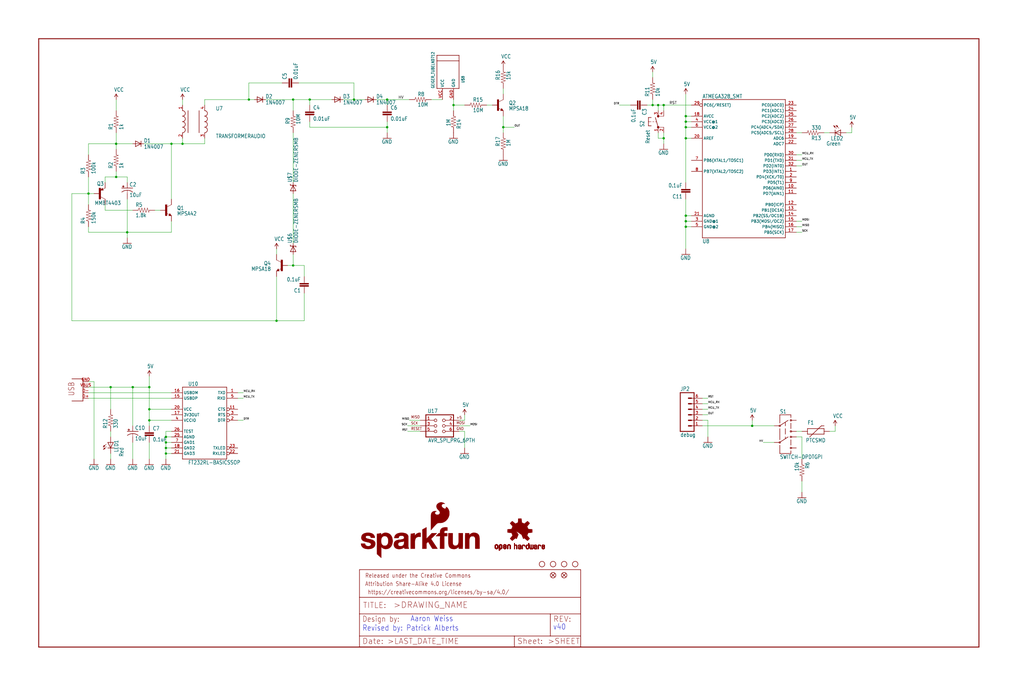
<source format=kicad_sch>
(kicad_sch (version 20211123) (generator eeschema)
  (paper "User" 470.306 317.906)
  (lib_symbols
    (symbol "eagleSchem-eagle-import:0.1UF-25V(+80{slash}-20%)(0603)"
      (property "Reference" "C" (at 1.524 2.921 0))
      (property "Value" "0.1UF-25V(+80{slash}-20%)(0603)" (at 1.524 -2.159 0))
      (symbol "0.1UF-25V(+80{slash}-20%)(0603)_1_0"
        (pin passive line (at 0 5.08 270) (length 2.54) (name "1") (number "1"))
        (pin passive line (at 0 -2.54 90) (length 2.54) (name "2") (number "2"))
      )
    )
    (symbol "eagleSchem-eagle-import:1.8KOHM1{slash}10W1%(0603)"
      (property "Reference" "R" (at -3.81 1.4986 0))
      (property "Value" "1.8KOHM1{slash}10W1%(0603)" (at -3.81 -3.302 0))
      (symbol "1.8KOHM1{slash}10W1%(0603)_1_0"
        (pin passive line (at -5.08 0 0) (length 2.54) (name "1") (number "1"))
        (pin passive line (at 5.08 0 180) (length 2.54) (name "2") (number "2"))
      )
    )
    (symbol "eagleSchem-eagle-import:100KOHM1{slash}10W1%(0603)"
      (property "Reference" "R" (at -3.81 1.4986 0))
      (property "Value" "100KOHM1{slash}10W1%(0603)" (at -3.81 -3.302 0))
      (symbol "100KOHM1{slash}10W1%(0603)_1_0"
        (pin passive line (at -5.08 0 0) (length 2.54) (name "1") (number "1"))
        (pin passive line (at 5.08 0 180) (length 2.54) (name "2") (number "2"))
      )
    )
    (symbol "eagleSchem-eagle-import:10KOHM1{slash}10W1%(0603)0603"
      (property "Reference" "R" (at -3.81 1.4986 0))
      (property "Value" "10KOHM1{slash}10W1%(0603)0603" (at -3.81 -3.302 0))
      (symbol "10KOHM1{slash}10W1%(0603)0603_1_0"
        (pin passive line (at -5.08 0 0) (length 2.54) (name "1") (number "1"))
        (pin passive line (at 5.08 0 180) (length 2.54) (name "2") (number "2"))
      )
    )
    (symbol "eagleSchem-eagle-import:150KOHM1{slash}10W1%(0603)"
      (property "Reference" "R" (at -3.81 1.4986 0))
      (property "Value" "150KOHM1{slash}10W1%(0603)" (at -3.81 -3.302 0))
      (symbol "150KOHM1{slash}10W1%(0603)_1_0"
        (pin passive line (at -5.08 0 0) (length 2.54) (name "1") (number "1"))
        (pin passive line (at 5.08 0 180) (length 2.54) (name "2") (number "2"))
      )
    )
    (symbol "eagleSchem-eagle-import:1KOHM1{slash}10W1%(0603)"
      (property "Reference" "R" (at -3.81 1.4986 0))
      (property "Value" "1KOHM1{slash}10W1%(0603)" (at -3.81 -3.302 0))
      (symbol "1KOHM1{slash}10W1%(0603)_1_0"
        (pin passive line (at -5.08 0 0) (length 2.54) (name "1") (number "1"))
        (pin passive line (at 5.08 0 180) (length 2.54) (name "2") (number "2"))
      )
    )
    (symbol "eagleSchem-eagle-import:330OHM1{slash}10W1%(0603)"
      (property "Reference" "R" (at -3.81 1.4986 0))
      (property "Value" "330OHM1{slash}10W1%(0603)" (at -3.81 -3.302 0))
      (symbol "330OHM1{slash}10W1%(0603)_1_0"
        (pin passive line (at -5.08 0 0) (length 2.54) (name "1") (number "1"))
        (pin passive line (at 5.08 0 180) (length 2.54) (name "2") (number "2"))
      )
    )
    (symbol "eagleSchem-eagle-import:33OHM1{slash}10W1%(0603)"
      (property "Reference" "R" (at -3.81 1.4986 0))
      (property "Value" "33OHM1{slash}10W1%(0603)" (at -3.81 -3.302 0))
      (symbol "33OHM1{slash}10W1%(0603)_1_0"
        (pin passive line (at -5.08 0 0) (length 2.54) (name "1") (number "1"))
        (pin passive line (at 5.08 0 180) (length 2.54) (name "2") (number "2"))
      )
    )
    (symbol "eagleSchem-eagle-import:5V" (power)
      (property "Value" "5V" (at -1.016 3.556 0))
      (symbol "5V_1_0"
        (pin power_in line (at 0 0 90) (length 2.54) (name "5V") (number "1"))
      )
    )
    (symbol "eagleSchem-eagle-import:ATMEGA328_SMT"
      (property "Reference" "U" (at -17.78 -38.1 0))
      (property "Value" "ATMEGA328_SMT" (at -17.78 28.448 0))
      (symbol "ATMEGA328_SMT_1_0"
        (pin bidirectional line (at 25.4 -5.08 180) (length 5.08) (name "PD3(INT1)") (number "1"))
        (pin bidirectional line (at 25.4 -12.7 180) (length 5.08) (name "PD6(AIN0)") (number "10"))
        (pin bidirectional line (at 25.4 -15.24 180) (length 5.08) (name "PD7(AIN1)") (number "11"))
        (pin bidirectional line (at 25.4 -20.32 180) (length 5.08) (name "PB0(ICP)") (number "12"))
        (pin bidirectional line (at 25.4 -22.86 180) (length 5.08) (name "PB1(OC1A)") (number "13"))
        (pin bidirectional line (at 25.4 -25.4 180) (length 5.08) (name "PB2(SS/OC1B)") (number "14"))
        (pin bidirectional line (at 25.4 -27.94 180) (length 5.08) (name "PB3(MOSI/OC2)") (number "15"))
        (pin bidirectional line (at 25.4 -30.48 180) (length 5.08) (name "PB4(MISO)") (number "16"))
        (pin bidirectional line (at 25.4 -33.02 180) (length 5.08) (name "PB5(SCK)") (number "17"))
        (pin bidirectional line (at -22.86 20.32 0) (length 5.08) (name "AVCC") (number "18"))
        (pin bidirectional line (at 25.4 10.16 180) (length 5.08) (name "ADC6") (number "19"))
        (pin bidirectional line (at 25.4 -7.62 180) (length 5.08) (name "PD4(XCK/T0)") (number "2"))
        (pin bidirectional line (at -22.86 10.16 0) (length 5.08) (name "AREF") (number "20"))
        (pin bidirectional line (at -22.86 -25.4 0) (length 5.08) (name "AGND") (number "21"))
        (pin bidirectional line (at 25.4 7.62 180) (length 5.08) (name "ADC7") (number "22"))
        (pin bidirectional line (at 25.4 25.4 180) (length 5.08) (name "PC0(ADC0)") (number "23"))
        (pin bidirectional line (at 25.4 22.86 180) (length 5.08) (name "PC1(ADC1)") (number "24"))
        (pin bidirectional line (at 25.4 20.32 180) (length 5.08) (name "PC2(ADC2)") (number "25"))
        (pin bidirectional line (at 25.4 17.78 180) (length 5.08) (name "PC3(ADC3)") (number "26"))
        (pin bidirectional line (at 25.4 15.24 180) (length 5.08) (name "PC4(ADC4/SDA)") (number "27"))
        (pin bidirectional line (at 25.4 12.7 180) (length 5.08) (name "PC5(ADC5/SCL)") (number "28"))
        (pin bidirectional inverted (at -22.86 25.4 0) (length 5.08) (name "PC6(/RESET)") (number "29"))
        (pin bidirectional line (at -22.86 -27.94 0) (length 5.08) (name "GND@1") (number "3"))
        (pin bidirectional line (at 25.4 2.54 180) (length 5.08) (name "PD0(RXD)") (number "30"))
        (pin bidirectional line (at 25.4 0 180) (length 5.08) (name "PD1(TXD)") (number "31"))
        (pin bidirectional line (at 25.4 -2.54 180) (length 5.08) (name "PD2(INT0)") (number "32"))
        (pin bidirectional line (at -22.86 17.78 0) (length 5.08) (name "VCC@1") (number "4"))
        (pin bidirectional line (at -22.86 -30.48 0) (length 5.08) (name "GND@2") (number "5"))
        (pin bidirectional line (at -22.86 15.24 0) (length 5.08) (name "VCC@2") (number "6"))
        (pin bidirectional line (at -22.86 0 0) (length 5.08) (name "PB6(XTAL1/TOSC1)") (number "7"))
        (pin bidirectional line (at -22.86 -5.08 0) (length 5.08) (name "PB7(XTAL2/TOSC2)") (number "8"))
        (pin bidirectional line (at 25.4 -10.16 180) (length 5.08) (name "PD5(T1)") (number "9"))
      )
    )
    (symbol "eagleSchem-eagle-import:AVR_SPI_PRG_6PTH"
      (property "Reference" "J" (at -4.318 5.842 0))
      (property "Value" "AVR_SPI_PRG_6PTH" (at -4.064 -7.62 0))
      (symbol "AVR_SPI_PRG_6PTH_1_0"
        (text "+5" (at 8.89 3.048 0) (effects (font (size 1.27 1.0795)) (justify left bottom)))
        (text "GND" (at 8.89 -2.032 0) (effects (font (size 1.27 1.0795)) (justify left bottom)))
        (text "MISO" (at -11.938 3.302 0) (effects (font (size 1.27 1.0795)) (justify left bottom)))
        (text "MOSI" (at 8.89 0.635 0) (effects (font (size 1.27 1.0795)) (justify left bottom)))
        (text "RESET" (at -11.938 -2.032 0) (effects (font (size 1.27 1.0795)) (justify left bottom)))
        (text "SCK" (at -11.938 0.508 0) (effects (font (size 1.27 1.0795)) (justify left bottom)))
        (pin passive inverted (at -7.62 2.54 0) (length 7.62) (name "1") (number "1"))
        (pin passive inverted (at 10.16 2.54 180) (length 7.62) (name "2") (number "2"))
        (pin passive inverted (at -7.62 0 0) (length 7.62) (name "3") (number "3"))
        (pin passive inverted (at 10.16 0 180) (length 7.62) (name "4") (number "4"))
        (pin passive inverted (at -7.62 -2.54 0) (length 7.62) (name "5") (number "5"))
        (pin passive inverted (at 10.16 -2.54 180) (length 7.62) (name "6") (number "6"))
      )
    )
    (symbol "eagleSchem-eagle-import:CAPPTH3"
      (property "Reference" "C" (at 1.524 2.921 0))
      (property "Value" "CAPPTH3" (at 1.524 -2.159 0))
      (symbol "CAPPTH3_1_0"
        (pin passive line (at 0 5.08 270) (length 2.54) (name "1") (number "1"))
        (pin passive line (at 0 -2.54 90) (length 2.54) (name "2") (number "2"))
      )
    )
    (symbol "eagleSchem-eagle-import:CAP_POL1206"
      (property "Reference" "C" (at 1.016 0.635 0))
      (property "Value" "CAP_POL1206" (at 1.016 -4.191 0))
      (symbol "CAP_POL1206_1_0"
        (pin passive line (at 0 2.54 270) (length 2.54) (name "+") (number "A"))
        (pin passive line (at 0 -5.08 90) (length 2.54) (name "-") (number "C"))
      )
    )
    (symbol "eagleSchem-eagle-import:DIODE-ZENERSMB"
      (property "Value" "DIODE-ZENERSMB" (at 2.54 -2.3114 0))
      (symbol "DIODE-ZENERSMB_1_0"
        (pin passive line (at -2.54 0 0) (length 2.54) (name "A") (number "A"))
        (pin passive line (at 2.54 0 180) (length 2.54) (name "C") (number "C"))
      )
    )
    (symbol "eagleSchem-eagle-import:DIODEHV"
      (property "Reference" "D" (at 2.54 0.4826 0))
      (property "Value" "DIODEHV" (at 2.54 -2.3114 0))
      (symbol "DIODEHV_1_0"
        (pin passive line (at -2.54 0 0) (length 2.54) (name "A") (number "A"))
        (pin passive line (at 2.54 0 180) (length 2.54) (name "C") (number "C"))
      )
    )
    (symbol "eagleSchem-eagle-import:DIODEPTH"
      (property "Reference" "D" (at 2.54 0.4826 0))
      (property "Value" "DIODEPTH" (at 2.54 -2.3114 0))
      (symbol "DIODEPTH_1_0"
        (pin passive line (at -2.54 0 0) (length 2.54) (name "A") (number "A"))
        (pin passive line (at 2.54 0 180) (length 2.54) (name "C") (number "C"))
      )
    )
    (symbol "eagleSchem-eagle-import:FIDUCIAL1X2")
    (symbol "eagleSchem-eagle-import:FRAME-LEDGER"
      (symbol "FRAME-LEDGER_2_0"
        (text " https://creativecommons.org/licenses/by-sa/4.0/" (at 2.54 24.13 0) (effects (font (size 1.9304 1.6408)) (justify left bottom)))
        (text ">DRAWING_NAME" (at 15.494 17.78 0) (effects (font (size 2.7432 2.7432)) (justify left bottom)))
        (text ">LAST_DATE_TIME" (at 12.7 1.27 0) (effects (font (size 2.54 2.54)) (justify left bottom)))
        (text ">SHEET" (at 86.36 1.27 0) (effects (font (size 2.54 2.54)) (justify left bottom)))
        (text "Attribution Share-Alike 4.0 License" (at 2.54 27.94 0) (effects (font (size 1.9304 1.6408)) (justify left bottom)))
        (text "Date:" (at 1.27 1.27 0) (effects (font (size 2.54 2.54)) (justify left bottom)))
        (text "Design by:" (at 1.27 11.43 0) (effects (font (size 2.54 2.159)) (justify left bottom)))
        (text "Released under the Creative Commons" (at 2.54 31.75 0) (effects (font (size 1.9304 1.6408)) (justify left bottom)))
        (text "REV:" (at 88.9 11.43 0) (effects (font (size 2.54 2.54)) (justify left bottom)))
        (text "Sheet:" (at 72.39 1.27 0) (effects (font (size 2.54 2.54)) (justify left bottom)))
        (text "TITLE:" (at 1.524 17.78 0) (effects (font (size 2.54 2.54)) (justify left bottom)))
      )
    )
    (symbol "eagleSchem-eagle-import:FT232RL-BASICSSOP"
      (property "Reference" "U" (at -7.62 15.748 0))
      (property "Value" "FT232RL-BASICSSOP" (at -7.62 -20.32 0))
      (symbol "FT232RL-BASICSSOP_1_0"
        (pin output line (at 15.24 12.7 180) (length 5.08) (name "TXD") (number "1"))
        (pin bidirectional inverted (at 15.24 5.08 180) (length 5.08) (name "CTS") (number "11"))
        (pin bidirectional line (at -15.24 10.16 0) (length 5.08) (name "USBDP") (number "15"))
        (pin bidirectional line (at -15.24 12.7 0) (length 5.08) (name "USBDM") (number "16"))
        (pin output line (at -15.24 2.54 0) (length 5.08) (name "3V3OUT") (number "17"))
        (pin power_in line (at -15.24 -12.7 0) (length 5.08) (name "GND2") (number "18"))
        (pin bidirectional inverted (at 15.24 0 180) (length 5.08) (name "DTR") (number "2"))
        (pin power_in line (at -15.24 5.08 0) (length 5.08) (name "VCC") (number "20"))
        (pin power_in line (at -15.24 -15.24 0) (length 5.08) (name "GND3") (number "21"))
        (pin bidirectional inverted (at 15.24 -15.24 180) (length 5.08) (name "RXLED") (number "22"))
        (pin bidirectional inverted (at 15.24 -12.7 180) (length 5.08) (name "TXLED") (number "23"))
        (pin power_in line (at -15.24 -7.62 0) (length 5.08) (name "AGND") (number "25"))
        (pin input line (at -15.24 -5.08 0) (length 5.08) (name "TEST") (number "26"))
        (pin bidirectional inverted (at 15.24 2.54 180) (length 5.08) (name "RTS") (number "3"))
        (pin power_in line (at -15.24 0 0) (length 5.08) (name "VCCIO") (number "4"))
        (pin input line (at 15.24 10.16 180) (length 5.08) (name "RXD") (number "5"))
        (pin power_in line (at -15.24 -10.16 0) (length 5.08) (name "GND1") (number "7"))
      )
    )
    (symbol "eagleSchem-eagle-import:GEIGER_TUBELND712"
      (property "Value" "GEIGER_TUBELND712" (at -7.62 -7.62 0))
      (symbol "GEIGER_TUBELND712_1_0"
        (pin bidirectional line (at -12.7 2.54 0) (length 5.08) (name "GND") (number "GND"))
        (pin bidirectional line (at -12.7 -2.54 0) (length 5.08) (name "VCC") (number "VCC"))
      )
    )
    (symbol "eagleSchem-eagle-import:GND" (power)
      (property "Value" "GND" (at -2.54 -2.54 0))
      (symbol "GND_1_0"
        (pin power_in line (at 0 2.54 270) (length 2.54) (name "GND") (number "1"))
      )
    )
    (symbol "eagleSchem-eagle-import:LED1206"
      (property "Reference" "LED" (at 3.556 -4.572 90))
      (property "Value" "LED1206" (at 5.715 -4.572 90))
      (symbol "LED1206_1_0"
        (pin passive line (at 0 2.54 270) (length 2.54) (name "A") (number "A"))
        (pin passive line (at 0 -5.08 90) (length 2.54) (name "C") (number "C"))
      )
    )
    (symbol "eagleSchem-eagle-import:M06SIP"
      (property "Reference" "JP" (at -5.08 10.922 0))
      (property "Value" "M06SIP" (at -5.08 -10.16 0))
      (symbol "M06SIP_1_0"
        (pin passive line (at 5.08 -5.08 180) (length 5.08) (name "1") (number "1"))
        (pin passive line (at 5.08 -2.54 180) (length 5.08) (name "2") (number "2"))
        (pin passive line (at 5.08 0 180) (length 5.08) (name "3") (number "3"))
        (pin passive line (at 5.08 2.54 180) (length 5.08) (name "4") (number "4"))
        (pin passive line (at 5.08 5.08 180) (length 5.08) (name "5") (number "5"))
        (pin passive line (at 5.08 7.62 180) (length 5.08) (name "6") (number "6"))
      )
    )
    (symbol "eagleSchem-eagle-import:OSHW-LOGOM")
    (symbol "eagleSchem-eagle-import:PTCSMD"
      (property "Reference" "F" (at -2.54 3.048 0))
      (property "Value" "PTCSMD" (at -3.302 -5.08 0))
      (symbol "PTCSMD_1_0"
        (pin bidirectional line (at -5.08 0 0) (length 2.54) (name "1") (number "1"))
        (pin bidirectional line (at 7.62 0 180) (length 2.54) (name "2") (number "2"))
      )
    )
    (symbol "eagleSchem-eagle-import:RESISTORAXIAL-0.3"
      (property "Reference" "R" (at -3.81 1.4986 0))
      (property "Value" "RESISTORAXIAL-0.3" (at -3.81 -3.302 0))
      (symbol "RESISTORAXIAL-0.3_1_0"
        (pin passive line (at -5.08 0 0) (length 2.54) (name "1") (number "P$1"))
        (pin passive line (at 5.08 0 180) (length 2.54) (name "2") (number "P$2"))
      )
    )
    (symbol "eagleSchem-eagle-import:SFE_LOGO_NAME_FLAME.1_INCH")
    (symbol "eagleSchem-eagle-import:STAND-OFF")
    (symbol "eagleSchem-eagle-import:SWITCH-DPDTGPI"
      (property "Reference" "S" (at -2.54 8.128 0))
      (property "Value" "SWITCH-DPDTGPI" (at -2.54 -12.7 0))
      (symbol "SWITCH-DPDTGPI_1_0"
        (pin bidirectional line (at 5.08 5.08 180) (length 2.54) (name "1") (number "10"))
        (pin bidirectional line (at 5.08 -2.54 180) (length 2.54) (name "4") (number "11"))
        (pin bidirectional line (at 5.08 0 180) (length 2.54) (name "3") (number "20"))
        (pin bidirectional line (at 5.08 -7.62 180) (length 2.54) (name "6") (number "21"))
        (pin bidirectional line (at -5.08 2.54 0) (length 2.54) (name "2") (number "C@1"))
        (pin bidirectional line (at -5.08 -5.08 0) (length 2.54) (name "5") (number "C@2"))
      )
    )
    (symbol "eagleSchem-eagle-import:TAC_SWITCHSMD"
      (property "Reference" "S" (at -2.54 6.35 0))
      (property "Value" "TAC_SWITCHSMD" (at -2.54 -6.35 0))
      (symbol "TAC_SWITCHSMD_1_0"
        (pin passive line (at -5.08 0 0) (length 2.54) (name "1") (number "1"))
        (pin passive line (at -5.08 -2.54 0) (length 2.54) (name "2") (number "2"))
        (pin passive line (at 5.08 0 180) (length 2.54) (name "3") (number "3"))
        (pin passive line (at 5.08 -2.54 180) (length 2.54) (name "4") (number "4"))
      )
    )
    (symbol "eagleSchem-eagle-import:TRANSFORMERPTH"
      (property "Value" "TRANSFORMERPTH" (at 10.16 -7.62 0))
      (symbol "TRANSFORMERPTH_1_0"
        (pin bidirectional line (at -5.08 7.62 270) (length 2.54) (name "1") (number "1"))
        (pin bidirectional line (at -5.08 -7.62 90) (length 2.54) (name "2") (number "2"))
        (pin bidirectional line (at 5.08 -7.62 90) (length 2.54) (name "3") (number "3"))
        (pin bidirectional line (at 5.08 7.62 270) (length 2.54) (name "4") (number "4"))
      )
    )
    (symbol "eagleSchem-eagle-import:TRANSISTOR_NPNSOT23-3"
      (property "Reference" "Q" (at 5.08 0 0))
      (property "Value" "TRANSISTOR_NPNSOT23-3" (at 5.08 -2.54 0))
      (symbol "TRANSISTOR_NPNSOT23-3_1_0"
        (pin passive line (at -2.54 0 0) (length 2.54) (name "B") (number "1"))
        (pin passive line (at 2.54 -5.08 90) (length 2.54) (name "E") (number "2"))
        (pin passive line (at 2.54 5.08 270) (length 2.54) (name "C") (number "3"))
      )
    )
    (symbol "eagleSchem-eagle-import:TRANSISTOR_NPNTO92"
      (property "Reference" "Q" (at 5.08 0 0))
      (property "Value" "TRANSISTOR_NPNTO92" (at 5.08 -2.54 0))
      (symbol "TRANSISTOR_NPNTO92_1_0"
        (pin passive line (at 2.54 -5.08 90) (length 2.54) (name "E") (number "1"))
        (pin passive line (at -2.54 0 0) (length 2.54) (name "B") (number "2"))
        (pin passive line (at 2.54 5.08 270) (length 2.54) (name "C") (number "3"))
      )
    )
    (symbol "eagleSchem-eagle-import:TRANSISTOR_PNPSMD"
      (property "Reference" "Q" (at 5.08 0 0))
      (property "Value" "TRANSISTOR_PNPSMD" (at 5.08 -2.54 0))
      (symbol "TRANSISTOR_PNPSMD_1_0"
        (pin passive line (at -2.54 0 0) (length 2.54) (name "B") (number "1"))
        (pin passive line (at 2.54 5.08 270) (length 2.54) (name "E") (number "2"))
        (pin passive line (at 2.54 -5.08 90) (length 2.54) (name "C") (number "3"))
      )
    )
    (symbol "eagleSchem-eagle-import:USBSMD"
      (symbol "USBSMD_1_0"
        (text "USB" (at 3.81 0 900) (effects (font (size 2.54 2.159)) (justify left bottom)))
        (pin bidirectional line (at -2.54 7.62 0) (length 2.54) (name "D+") (number "D+"))
        (pin bidirectional line (at -2.54 5.08 0) (length 2.54) (name "D-") (number "D-"))
        (pin bidirectional line (at -2.54 0 0) (length 2.54) (name "GND") (number "GND"))
        (pin bidirectional line (at -2.54 2.54 0) (length 2.54) (name "VBUS") (number "VBUS"))
      )
    )
    (symbol "eagleSchem-eagle-import:VCC" (power)
      (property "Value" "VCC" (at -1.016 3.556 0))
      (symbol "VCC_1_0"
        (pin power_in line (at 0 0 90) (length 2.54) (name "VCC") (number "1"))
      )
    )
  )
  (junction (at 314.96 53.34))
  (junction (at 78.74 66.04))
  (junction (at 76.2 200.66))
  (junction (at 76.2 208.28))
  (junction (at 314.96 55.88))
  (junction (at 177.8 45.72))
  (junction (at 114.3 45.72))
  (junction (at 53.34 66.04))
  (junction (at 40.64 88.9))
  (junction (at 134.62 121.92))
  (junction (at 68.58 193.04))
  (junction (at 162.56 45.72))
  (junction (at 68.58 177.8))
  (junction (at 76.2 205.74))
  (junction (at 345.44 195.58))
  (junction (at 314.96 58.42))
  (junction (at 304.8 63.5))
  (junction (at 208.28 48.26))
  (junction (at 53.34 81.28))
  (junction (at 314.96 99.06))
  (junction (at 127 147.32))
  (junction (at 231.14 58.42))
  (junction (at 302.26 48.26))
  (junction (at 83.82 66.04))
  (junction (at 142.24 45.72))
  (junction (at 134.62 45.72))
  (junction (at 314.96 101.6))
  (junction (at 58.42 106.68))
  (junction (at 50.8 177.8))
  (junction (at 314.96 63.5))
  (junction (at 304.8 48.26))
  (junction (at 76.2 203.2))
  (junction (at 299.72 48.26))
  (junction (at 314.96 104.14))
  (junction (at 60.96 177.8))
  (junction (at 177.8 58.42))
  (junction (at 68.58 187.96))
  (wire (pts (xy 53.34 78.74) (xy 53.34 81.28)))
  (wire (pts (xy 314.96 63.5) (xy 314.96 58.42)))
  (wire (pts (xy 60.96 177.8) (xy 68.58 177.8)))
  (wire (pts (xy 381 198.12) (xy 383.54 198.12)))
  (wire (pts (xy 231.14 60.96) (xy 231.14 58.42)))
  (wire (pts (xy 231.14 40.64) (xy 231.14 43.18)))
  (wire (pts (xy 68.58 177.8) (xy 68.58 187.96)))
  (wire (pts (xy 76.2 200.66) (xy 76.2 203.2)))
  (wire (pts (xy 127 116.84) (xy 127 114.3)))
  (wire (pts (xy 66.04 66.04) (xy 78.74 66.04)))
  (wire (pts (xy 40.64 71.12) (xy 40.64 66.04)))
  (wire (pts (xy 317.5 48.26) (xy 304.8 48.26)))
  (wire (pts (xy 142.24 48.26) (xy 142.24 45.72)))
  (wire (pts (xy 226.06 48.26) (xy 223.52 48.26)))
  (wire (pts (xy 231.14 58.42) (xy 231.14 53.34)))
  (wire (pts (xy 68.58 187.96) (xy 78.74 187.96)))
  (wire (pts (xy 314.96 99.06) (xy 314.96 101.6)))
  (wire (pts (xy 208.28 48.26) (xy 213.36 48.26)))
  (wire (pts (xy 314.96 104.14) (xy 314.96 114.3)))
  (wire (pts (xy 365.76 71.12) (xy 368.3 71.12)))
  (wire (pts (xy 60.96 210.82) (xy 60.96 203.2)))
  (wire (pts (xy 289.56 48.26) (xy 284.48 48.26)))
  (wire (pts (xy 139.7 121.92) (xy 139.7 127)))
  (wire (pts (xy 381 60.96) (xy 378.46 60.96)))
  (wire (pts (xy 383.54 198.12) (xy 383.54 195.58)))
  (wire (pts (xy 53.34 66.04) (xy 53.34 68.58)))
  (wire (pts (xy 314.96 101.6) (xy 314.96 104.14)))
  (wire (pts (xy 317.5 101.6) (xy 314.96 101.6)))
  (wire (pts (xy 78.74 66.04) (xy 78.74 91.44)))
  (wire (pts (xy 157.48 45.72) (xy 162.56 45.72)))
  (wire (pts (xy 302.26 48.26) (xy 302.26 50.8)))
  (wire (pts (xy 213.36 198.12) (xy 213.36 205.74)))
  (wire (pts (xy 68.58 203.2) (xy 68.58 210.82)))
  (wire (pts (xy 83.82 66.04) (xy 83.82 63.5)))
  (wire (pts (xy 142.24 58.42) (xy 177.8 58.42)))
  (wire (pts (xy 365.76 73.66) (xy 368.3 73.66)))
  (wire (pts (xy 68.58 193.04) (xy 68.58 195.58)))
  (wire (pts (xy 78.74 66.04) (xy 83.82 66.04)))
  (wire (pts (xy 314.96 63.5) (xy 314.96 83.82)))
  (wire (pts (xy 317.5 53.34) (xy 314.96 53.34)))
  (wire (pts (xy 368.3 60.96) (xy 365.76 60.96)))
  (wire (pts (xy 368.3 220.98) (xy 368.3 226.06)))
  (wire (pts (xy 93.98 48.26) (xy 93.98 45.72)))
  (wire (pts (xy 391.16 60.96) (xy 391.16 58.42)))
  (wire (pts (xy 139.7 134.62) (xy 139.7 147.32)))
  (wire (pts (xy 314.96 55.88) (xy 314.96 53.34)))
  (wire (pts (xy 40.64 104.14) (xy 40.64 106.68)))
  (wire (pts (xy 68.58 177.8) (xy 68.58 172.72)))
  (wire (pts (xy 93.98 66.04) (xy 93.98 63.5)))
  (wire (pts (xy 76.2 198.12) (xy 76.2 200.66)))
  (wire (pts (xy 304.8 60.96) (xy 304.8 63.5)))
  (wire (pts (xy 53.34 81.28) (xy 58.42 81.28)))
  (wire (pts (xy 193.04 198.12) (xy 187.198 198.12)))
  (wire (pts (xy 43.18 88.9) (xy 40.64 88.9)))
  (wire (pts (xy 177.8 58.42) (xy 177.8 55.88)))
  (wire (pts (xy 345.44 195.58) (xy 355.6 195.58)))
  (wire (pts (xy 177.8 58.42) (xy 177.8 60.96)))
  (wire (pts (xy 134.62 45.72) (xy 134.62 50.8)))
  (wire (pts (xy 53.34 60.96) (xy 53.34 66.04)))
  (wire (pts (xy 142.24 45.72) (xy 152.4 45.72)))
  (wire (pts (xy 83.82 48.26) (xy 83.82 45.72)))
  (wire (pts (xy 76.2 208.28) (xy 76.2 210.82)))
  (wire (pts (xy 116.84 45.72) (xy 114.3 45.72)))
  (wire (pts (xy 109.22 193.04) (xy 111.76 193.04)))
  (wire (pts (xy 193.04 193.04) (xy 187.96 193.04)))
  (wire (pts (xy 78.74 200.66) (xy 76.2 200.66)))
  (wire (pts (xy 50.8 198.12) (xy 50.8 200.66)))
  (wire (pts (xy 76.2 205.74) (xy 76.2 208.28)))
  (wire (pts (xy 172.72 45.72) (xy 177.8 45.72)))
  (wire (pts (xy 40.64 175.26) (xy 43.18 175.26)))
  (wire (pts (xy 325.12 193.04) (xy 325.12 200.66)))
  (wire (pts (xy 48.26 81.28) (xy 48.26 83.82)))
  (wire (pts (xy 322.58 190.5) (xy 325.12 190.5)))
  (wire (pts (xy 134.62 116.84) (xy 134.62 121.92)))
  (wire (pts (xy 302.26 63.5) (xy 304.8 63.5)))
  (wire (pts (xy 317.5 63.5) (xy 314.96 63.5)))
  (wire (pts (xy 129.54 38.1) (xy 114.3 38.1)))
  (wire (pts (xy 53.34 66.04) (xy 60.96 66.04)))
  (wire (pts (xy 213.36 193.04) (xy 213.36 190.5)))
  (wire (pts (xy 322.58 187.96) (xy 325.12 187.96)))
  (wire (pts (xy 40.64 106.68) (xy 58.42 106.68)))
  (wire (pts (xy 40.64 88.9) (xy 40.64 93.98)))
  (wire (pts (xy 208.28 45.72) (xy 208.28 48.26)))
  (wire (pts (xy 76.2 203.2) (xy 76.2 205.74)))
  (wire (pts (xy 134.62 121.92) (xy 132.08 121.92)))
  (wire (pts (xy 58.42 91.44) (xy 58.42 106.68)))
  (wire (pts (xy 314.96 58.42) (xy 314.96 55.88)))
  (wire (pts (xy 210.82 193.04) (xy 213.36 193.04)))
  (wire (pts (xy 43.18 175.26) (xy 43.18 210.82)))
  (wire (pts (xy 317.5 104.14) (xy 314.96 104.14)))
  (wire (pts (xy 317.5 55.88) (xy 314.96 55.88)))
  (wire (pts (xy 368.3 198.12) (xy 365.76 198.12)))
  (wire (pts (xy 314.96 91.44) (xy 314.96 99.06)))
  (wire (pts (xy 40.64 177.8) (xy 50.8 177.8)))
  (wire (pts (xy 177.8 45.72) (xy 187.96 45.72)))
  (wire (pts (xy 139.7 147.32) (xy 127 147.32)))
  (wire (pts (xy 109.22 182.88) (xy 111.76 182.88)))
  (wire (pts (xy 304.8 63.5) (xy 304.8 66.04)))
  (wire (pts (xy 322.58 185.42) (xy 325.12 185.42)))
  (wire (pts (xy 368.3 210.82) (xy 368.3 200.66)))
  (wire (pts (xy 177.8 45.72) (xy 177.8 48.26)))
  (wire (pts (xy 208.28 48.26) (xy 208.28 50.8)))
  (wire (pts (xy 134.62 121.92) (xy 139.7 121.92)))
  (wire (pts (xy 78.74 101.6) (xy 78.74 106.68)))
  (wire (pts (xy 78.74 106.68) (xy 58.42 106.68)))
  (wire (pts (xy 50.8 177.8) (xy 60.96 177.8)))
  (wire (pts (xy 365.76 104.14) (xy 368.3 104.14)))
  (wire (pts (xy 162.56 38.1) (xy 162.56 45.72)))
  (wire (pts (xy 134.62 88.9) (xy 134.62 111.76)))
  (wire (pts (xy 355.6 203.2) (xy 350.52 203.2)))
  (wire (pts (xy 60.96 195.58) (xy 60.96 177.8)))
  (wire (pts (xy 127 147.32) (xy 33.02 147.32)))
  (wire (pts (xy 48.26 96.52) (xy 60.96 96.52)))
  (wire (pts (xy 365.76 101.6) (xy 368.3 101.6)))
  (wire (pts (xy 193.04 195.58) (xy 187.198 195.58)))
  (wire (pts (xy 162.56 45.72) (xy 167.64 45.72)))
  (wire (pts (xy 137.16 38.1) (xy 162.56 38.1)))
  (wire (pts (xy 231.14 58.42) (xy 236.22 58.42)))
  (wire (pts (xy 198.12 45.72) (xy 203.2 45.72)))
  (wire (pts (xy 78.74 203.2) (xy 76.2 203.2)))
  (wire (pts (xy 53.34 81.28) (xy 48.26 81.28)))
  (wire (pts (xy 365.76 76.2) (xy 368.3 76.2)))
  (wire (pts (xy 388.62 60.96) (xy 391.16 60.96)))
  (wire (pts (xy 58.42 81.28) (xy 58.42 83.82)))
  (wire (pts (xy 109.22 180.34) (xy 111.76 180.34)))
  (wire (pts (xy 53.34 45.72) (xy 53.34 50.8)))
  (wire (pts (xy 299.72 48.26) (xy 297.18 48.26)))
  (wire (pts (xy 299.72 45.72) (xy 299.72 48.26)))
  (wire (pts (xy 50.8 208.28) (xy 50.8 210.82)))
  (wire (pts (xy 317.5 99.06) (xy 314.96 99.06)))
  (wire (pts (xy 345.44 195.58) (xy 345.44 193.04)))
  (wire (pts (xy 58.42 106.68) (xy 58.42 109.22)))
  (wire (pts (xy 50.8 187.96) (xy 50.8 177.8)))
  (wire (pts (xy 40.64 66.04) (xy 53.34 66.04)))
  (wire (pts (xy 142.24 55.88) (xy 142.24 58.42)))
  (wire (pts (xy 71.12 96.52) (xy 73.66 96.52)))
  (wire (pts (xy 210.82 195.58) (xy 215.9 195.58)))
  (wire (pts (xy 93.98 45.72) (xy 114.3 45.72)))
  (wire (pts (xy 322.58 182.88) (xy 325.12 182.88)))
  (wire (pts (xy 368.3 200.66) (xy 365.76 200.66)))
  (wire (pts (xy 40.64 81.28) (xy 40.64 88.9)))
  (wire (pts (xy 114.3 38.1) (xy 114.3 45.72)))
  (wire (pts (xy 68.58 193.04) (xy 68.58 187.96)))
  (wire (pts (xy 78.74 208.28) (xy 76.2 208.28)))
  (wire (pts (xy 304.8 50.8) (xy 304.8 48.26)))
  (wire (pts (xy 127 127) (xy 127 147.32)))
  (wire (pts (xy 317.5 58.42) (xy 314.96 58.42)))
  (wire (pts (xy 78.74 198.12) (xy 76.2 198.12)))
  (wire (pts (xy 314.96 53.34) (xy 314.96 43.18)))
  (wire (pts (xy 40.64 180.34) (xy 78.74 180.34)))
  (wire (pts (xy 33.02 88.9) (xy 40.64 88.9)))
  (wire (pts (xy 299.72 48.26) (xy 302.26 48.26)))
  (wire (pts (xy 78.74 193.04) (xy 68.58 193.04)))
  (wire (pts (xy 121.92 45.72) (xy 134.62 45.72)))
  (wire (pts (xy 83.82 66.04) (xy 93.98 66.04)))
  (wire (pts (xy 78.74 205.74) (xy 76.2 205.74)))
  (wire (pts (xy 40.64 182.88) (xy 78.74 182.88)))
  (wire (pts (xy 302.26 60.96) (xy 302.26 63.5)))
  (wire (pts (xy 304.8 48.26) (xy 302.26 48.26)))
  (wire (pts (xy 322.58 195.58) (xy 345.44 195.58)))
  (wire (pts (xy 48.26 93.98) (xy 48.26 96.52)))
  (wire (pts (xy 210.82 198.12) (xy 213.36 198.12)))
  (wire (pts (xy 134.62 60.96) (xy 134.62 83.82)))
  (wire (pts (xy 365.76 106.68) (xy 368.3 106.68)))
  (wire (pts (xy 33.02 147.32) (xy 33.02 88.9)))
  (wire (pts (xy 134.62 45.72) (xy 142.24 45.72)))
  (wire (pts (xy 299.72 33.02) (xy 299.72 35.56)))
  (wire (pts (xy 322.58 193.04) (xy 325.12 193.04)))
  (text "v40" (at 254 289.56 180) (effects (font (size 2.54 2.159)) (justify left bottom)))
  (text "Aaron Weiss" (at 188.468 285.75 180) (effects (font (size 2.54 2.159)) (justify left bottom)))
  (text "Revised by: Patrick Alberts" (at 166.37 290.068 180) (effects (font (size 2.54 2.159)) (justify left bottom)))
  (label "OUT" (at 325.12 190.5 0) (effects (font (size 0.889 0.889))))
  (label "HV" (at 182.88 45.72 0) (effects (font (size 1.2446 1.2446))))
  (label "OUT" (at 368.3 76.2 0) (effects (font (size 0.889 0.889))))
  (label "MISO" (at 368.3 104.14 0) (effects (font (size 0.889 0.889))))
  (label "MCU_RX" (at 368.3 71.12 0) (effects (font (size 0.889 0.889))))
  (label "RST" (at 187.198 198.12 180) (effects (font (size 0.889 0.889))))
  (label "MCU_TX" (at 325.12 187.96 0) (effects (font (size 0.889 0.889))))
  (label "RST" (at 325.12 182.88 0) (effects (font (size 0.889 0.889))))
  (label "MOSI" (at 368.3 101.6 0) (effects (font (size 0.889 0.889))))
  (label "MISO" (at 187.96 193.04 180) (effects (font (size 0.889 0.889))))
  (label "MCU_RX" (at 325.12 185.42 0) (effects (font (size 0.889 0.889))))
  (label "DTR" (at 284.48 48.26 180) (effects (font (size 0.889 0.889))))
  (label "MCU_RX" (at 111.76 180.34 0) (effects (font (size 0.889 0.889))))
  (label "OUT" (at 236.22 58.42 0) (effects (font (size 0.889 0.889))))
  (label "RST" (at 307.34 48.26 0) (effects (font (size 1.2446 1.2446))))
  (label "SCK" (at 187.198 195.58 180) (effects (font (size 0.889 0.889))))
  (label "SCK" (at 368.3 106.68 0) (effects (font (size 0.889 0.889))))
  (label "MCU_TX" (at 111.76 182.88 0) (effects (font (size 0.889 0.889))))
  (label "MCU_TX" (at 368.3 73.66 0) (effects (font (size 0.889 0.889))))
  (label "HV" (at 350.52 203.2 180) (effects (font (size 0.889 0.889))))
  (label "DTR" (at 111.76 193.04 0) (effects (font (size 0.889 0.889))))
  (label "MOSI" (at 215.9 195.58 0) (effects (font (size 0.889 0.889))))
  (symbol (lib_id "eagleSchem-eagle-import:GEIGER_TUBELND712") (at 205.74 33.02 270) (mirror x) (unit 1)
    (property "Reference" "U$8" (at 213.36 34.798 0) (effects (font (size 1.27 1.0795)) (justify right top)))
    (property "Value" "GEIGER_TUBELND712" (at 198.12 40.64 0) (effects (font (size 1.27 1.0795)) (justify left bottom)))
    (property "Footprint" "eagleSchem:GEIGER_TUBE" (effects hide))
  )
  (symbol (lib_id "eagleSchem-eagle-import:OSHW-LOGOM") (at 238.76 243.84 0) (unit 1)
    (property "Reference" "LOGO1" (effects hide))
    (property "Value" "OSHW-LOGOM" (effects hide))
    (property "Footprint" "eagleSchem:OSHW-LOGO-M" (effects hide))
  )
  (symbol (lib_id "eagleSchem-eagle-import:0.1UF-25V(+80{slash}-20%)(0603)") (at 139.7 129.54 180) (unit 1)
    (property "Reference" "C1" (at 138.176 132.461 0) (effects (font (size 1.778 1.5113)) (justify left bottom)))
    (property "Value" "0.1uF" (at 138.176 127.381 0) (effects (font (size 1.778 1.5113)) (justify left bottom)))
    (property "Footprint" "eagleSchem:0603-CAP" (effects hide))
  )
  (symbol (lib_id "eagleSchem-eagle-import:RESISTORAXIAL-0.3") (at 218.44 48.26 0) (unit 1)
    (property "Reference" "R15" (at 217.17 46.7614 0) (effects (font (size 1.778 1.5113)) (justify left bottom)))
    (property "Value" "10M" (at 217.17 51.562 0) (effects (font (size 1.778 1.5113)) (justify left bottom)))
    (property "Footprint" "eagleSchem:AXIAL-0.3" (effects hide))
  )
  (symbol (lib_id "eagleSchem-eagle-import:DIODEPTH") (at 119.38 45.72 0) (unit 1)
    (property "Reference" "D2" (at 121.92 45.2374 0) (effects (font (size 1.778 1.5113)) (justify left bottom)))
    (property "Value" "1N4007" (at 121.92 48.0314 0) (effects (font (size 1.778 1.5113)) (justify left bottom)))
    (property "Footprint" "eagleSchem:DIODE-1N4001" (effects hide))
  )
  (symbol (lib_id "eagleSchem-eagle-import:USBSMD") (at 38.1 175.26 180) (unit 1)
    (property "Reference" "X1" (effects hide))
    (property "Value" "USBSMD" (effects hide))
    (property "Footprint" "eagleSchem:USB-MINIB" (effects hide))
  )
  (symbol (lib_id "eagleSchem-eagle-import:SWITCH-DPDTGPI") (at 360.68 198.12 0) (unit 1)
    (property "Reference" "S1" (at 358.14 189.992 0) (effects (font (size 1.778 1.5113)) (justify left bottom)))
    (property "Value" "SWITCH-DPDTGPI" (at 358.14 210.82 0) (effects (font (size 1.778 1.5113)) (justify left bottom)))
    (property "Footprint" "eagleSchem:GPI-152-3013" (effects hide))
  )
  (symbol (lib_id "eagleSchem-eagle-import:TRANSISTOR_NPNSOT23-3") (at 76.2 96.52 0) (unit 1)
    (property "Reference" "Q1" (at 81.28 96.52 0) (effects (font (size 1.778 1.5113)) (justify left bottom)))
    (property "Value" "MPSA42" (at 81.28 99.06 0) (effects (font (size 1.778 1.5113)) (justify left bottom)))
    (property "Footprint" "eagleSchem:SOT23-3" (effects hide))
  )
  (symbol (lib_id "eagleSchem-eagle-import:PTCSMD") (at 373.38 198.12 0) (unit 1)
    (property "Reference" "F1" (at 370.84 195.072 0) (effects (font (size 1.778 1.5113)) (justify left bottom)))
    (property "Value" "PTCSMD" (at 370.078 203.2 0) (effects (font (size 1.778 1.5113)) (justify left bottom)))
    (property "Footprint" "eagleSchem:PTC-1206" (effects hide))
  )
  (symbol (lib_id "eagleSchem-eagle-import:GND") (at 325.12 203.2 0) (unit 1)
    (property "Reference" "#GND16" (effects hide))
    (property "Value" "GND" (at 322.58 205.74 0) (effects (font (size 1.778 1.5113)) (justify left bottom)))
    (property "Footprint" "eagleSchem:" (effects hide))
  )
  (symbol (lib_id "eagleSchem-eagle-import:5V") (at 68.58 172.72 0) (unit 1)
    (property "Reference" "#U$19" (effects hide))
    (property "Value" "5V" (at 67.564 169.164 0) (effects (font (size 1.778 1.5113)) (justify left bottom)))
    (property "Footprint" "eagleSchem:" (effects hide))
  )
  (symbol (lib_id "eagleSchem-eagle-import:33OHM1{slash}10W1%(0603)") (at 50.8 193.04 90) (unit 1)
    (property "Reference" "R12" (at 49.3014 196.85 0) (effects (font (size 1.778 1.5113)) (justify left bottom)))
    (property "Value" "330" (at 54.102 196.85 0) (effects (font (size 1.778 1.5113)) (justify left bottom)))
    (property "Footprint" "eagleSchem:0603" (effects hide))
  )
  (symbol (lib_id "eagleSchem-eagle-import:STAND-OFF") (at 254 259.08 0) (unit 1)
    (property "Reference" "U$3" (effects hide))
    (property "Value" "STAND-OFF" (effects hide))
    (property "Footprint" "eagleSchem:STAND-OFF" (effects hide))
  )
  (symbol (lib_id "eagleSchem-eagle-import:TRANSFORMERPTH") (at 88.9 55.88 0) (unit 1)
    (property "Reference" "U7" (at 99.06 50.8 0) (effects (font (size 1.778 1.5113)) (justify left bottom)))
    (property "Value" "TRANSFORMERAUDIO" (at 99.06 63.5 0) (effects (font (size 1.778 1.5113)) (justify left bottom)))
    (property "Footprint" "eagleSchem:TRANSFORMER" (effects hide))
  )
  (symbol (lib_id "eagleSchem-eagle-import:DIODEPTH") (at 154.94 45.72 0) (unit 1)
    (property "Reference" "D3" (at 157.48 45.2374 0) (effects (font (size 1.778 1.5113)) (justify left bottom)))
    (property "Value" "1N4007" (at 157.48 48.0314 0) (effects (font (size 1.778 1.5113)) (justify left bottom)))
    (property "Footprint" "eagleSchem:DIODE-1N4001" (effects hide))
  )
  (symbol (lib_id "eagleSchem-eagle-import:TRANSISTOR_NPNTO92") (at 228.6 48.26 0) (unit 1)
    (property "Reference" "Q2" (at 233.68 48.26 0) (effects (font (size 1.778 1.5113)) (justify left bottom)))
    (property "Value" "MPSA18" (at 233.68 50.8 0) (effects (font (size 1.778 1.5113)) (justify left bottom)))
    (property "Footprint" "eagleSchem:TO-92" (effects hide))
  )
  (symbol (lib_id "eagleSchem-eagle-import:330OHM1{slash}10W1%(0603)") (at 373.38 60.96 180) (unit 1)
    (property "Reference" "R13" (at 377.19 62.4586 0) (effects (font (size 1.778 1.5113)) (justify left bottom)))
    (property "Value" "330" (at 377.19 57.658 0) (effects (font (size 1.778 1.5113)) (justify left bottom)))
    (property "Footprint" "eagleSchem:0603-RES" (effects hide))
  )
  (symbol (lib_id "eagleSchem-eagle-import:CAP_POL1206") (at 60.96 198.12 0) (unit 1)
    (property "Reference" "C10" (at 61.976 197.485 0) (effects (font (size 1.778 1.5113)) (justify left bottom)))
    (property "Value" "10uF" (at 61.976 202.311 0) (effects (font (size 1.778 1.5113)) (justify left bottom)))
    (property "Footprint" "eagleSchem:EIA3216" (effects hide))
  )
  (symbol (lib_id "eagleSchem-eagle-import:GND") (at 208.28 63.5 0) (unit 1)
    (property "Reference" "#GND10" (effects hide))
    (property "Value" "GND" (at 205.74 66.04 0) (effects (font (size 1.778 1.5113)) (justify left bottom)))
    (property "Footprint" "eagleSchem:" (effects hide))
  )
  (symbol (lib_id "eagleSchem-eagle-import:TAC_SWITCHSMD") (at 302.26 55.88 90) (unit 1)
    (property "Reference" "S2" (at 295.91 58.42 0) (effects (font (size 1.778 1.5113)) (justify left bottom)))
    (property "Value" "Reset" (at 298.45 66.04 0) (effects (font (size 1.778 1.5113)) (justify left bottom)))
    (property "Footprint" "eagleSchem:TACTILE_SWITCH_SMD" (effects hide))
  )
  (symbol (lib_id "eagleSchem-eagle-import:SFE_LOGO_NAME_FLAME.1_INCH") (at 165.1 256.54 0) (unit 1)
    (property "Reference" "LOGO2" (effects hide))
    (property "Value" "SFE_LOGO_NAME_FLAME.1_INCH" (effects hide))
    (property "Footprint" "eagleSchem:SFE_LOGO_NAME_FLAME_.1" (effects hide))
  )
  (symbol (lib_id "eagleSchem-eagle-import:1KOHM1{slash}10W1%(0603)") (at 53.34 55.88 90) (unit 1)
    (property "Reference" "R1" (at 51.8414 59.69 0) (effects (font (size 1.778 1.5113)) (justify left bottom)))
    (property "Value" "1k" (at 56.642 59.69 0) (effects (font (size 1.778 1.5113)) (justify left bottom)))
    (property "Footprint" "eagleSchem:0603-RES" (effects hide))
  )
  (symbol (lib_id "eagleSchem-eagle-import:RESISTORAXIAL-0.3") (at 134.62 55.88 90) (unit 1)
    (property "Reference" "R9" (at 133.1214 57.15 0) (effects (font (size 1.778 1.5113)) (justify left bottom)))
    (property "Value" "10M" (at 137.922 57.15 0) (effects (font (size 1.778 1.5113)) (justify left bottom)))
    (property "Footprint" "eagleSchem:AXIAL-0.3" (effects hide))
  )
  (symbol (lib_id "eagleSchem-eagle-import:VCC") (at 383.54 195.58 0) (unit 1)
    (property "Reference" "#P+1" (effects hide))
    (property "Value" "VCC" (at 382.524 192.024 0) (effects (font (size 1.778 1.5113)) (justify left bottom)))
    (property "Footprint" "eagleSchem:" (effects hide))
  )
  (symbol (lib_id "eagleSchem-eagle-import:TRANSISTOR_PNPSMD") (at 45.72 88.9 0) (unit 1)
    (property "Reference" "Q3" (at 44.45 85.344 0) (effects (font (size 1.778 1.5113)) (justify left bottom)))
    (property "Value" "MMBT4403" (at 43.434 94.234 0) (effects (font (size 1.778 1.5113)) (justify left bottom)))
    (property "Footprint" "eagleSchem:SOT23-3" (effects hide))
  )
  (symbol (lib_id "eagleSchem-eagle-import:CAPPTH3") (at 177.8 53.34 0) (unit 1)
    (property "Reference" "C6" (at 179.324 50.419 0) (effects (font (size 1.778 1.5113)) (justify left bottom)))
    (property "Value" "0.01uF" (at 179.324 55.499 0) (effects (font (size 1.778 1.5113)) (justify left bottom)))
    (property "Footprint" "eagleSchem:CAP-PTH-LARGE" (effects hide))
  )
  (symbol (lib_id "eagleSchem-eagle-import:RESISTORAXIAL-0.3") (at 208.28 55.88 270) (unit 1)
    (property "Reference" "R14" (at 209.7786 54.61 0) (effects (font (size 1.778 1.5113)) (justify left bottom)))
    (property "Value" "1M" (at 204.978 54.61 0) (effects (font (size 1.778 1.5113)) (justify left bottom)))
    (property "Footprint" "eagleSchem:AXIAL-0.3" (effects hide))
  )
  (symbol (lib_id "eagleSchem-eagle-import:M06SIP") (at 317.5 190.5 0) (unit 1)
    (property "Reference" "JP2" (at 312.42 179.578 0) (effects (font (size 1.778 1.5113)) (justify left bottom)))
    (property "Value" "debug" (at 312.42 200.66 0) (effects (font (size 1.778 1.5113)) (justify left bottom)))
    (property "Footprint" "eagleSchem:1X06" (effects hide))
  )
  (symbol (lib_id "eagleSchem-eagle-import:TRANSISTOR_NPNTO92") (at 129.54 121.92 0) (mirror y) (unit 1)
    (property "Reference" "Q4" (at 124.46 121.92 0) (effects (font (size 1.778 1.5113)) (justify left bottom)))
    (property "Value" "MPSA18" (at 124.46 124.46 0) (effects (font (size 1.778 1.5113)) (justify left bottom)))
    (property "Footprint" "eagleSchem:TO-92" (effects hide))
  )
  (symbol (lib_id "eagleSchem-eagle-import:RESISTORAXIAL-0.3") (at 231.14 35.56 90) (unit 1)
    (property "Reference" "R16" (at 229.6414 36.83 0) (effects (font (size 1.778 1.5113)) (justify left bottom)))
    (property "Value" "15k" (at 234.442 36.83 0) (effects (font (size 1.778 1.5113)) (justify left bottom)))
    (property "Footprint" "eagleSchem:AXIAL-0.3" (effects hide))
  )
  (symbol (lib_id "eagleSchem-eagle-import:GND") (at 314.96 116.84 0) (unit 1)
    (property "Reference" "#GND8" (effects hide))
    (property "Value" "GND" (at 312.42 119.38 0) (effects (font (size 1.778 1.5113)) (justify left bottom)))
    (property "Footprint" "eagleSchem:" (effects hide))
  )
  (symbol (lib_id "eagleSchem-eagle-import:STAND-OFF") (at 259.08 259.08 0) (unit 1)
    (property "Reference" "U$2" (effects hide))
    (property "Value" "STAND-OFF" (effects hide))
    (property "Footprint" "eagleSchem:STAND-OFF" (effects hide))
  )
  (symbol (lib_id "eagleSchem-eagle-import:5V") (at 299.72 33.02 0) (unit 1)
    (property "Reference" "#U$18" (effects hide))
    (property "Value" "5V" (at 298.704 29.464 0) (effects (font (size 1.778 1.5113)) (justify left bottom)))
    (property "Footprint" "eagleSchem:" (effects hide))
  )
  (symbol (lib_id "eagleSchem-eagle-import:FT232RL-BASICSSOP") (at 93.98 193.04 0) (unit 1)
    (property "Reference" "U10" (at 86.36 177.292 0) (effects (font (size 1.778 1.5113)) (justify left bottom)))
    (property "Value" "FT232RL-BASICSSOP" (at 86.36 213.36 0) (effects (font (size 1.778 1.5113)) (justify left bottom)))
    (property "Footprint" "eagleSchem:SSOP28DB" (effects hide))
  )
  (symbol (lib_id "eagleSchem-eagle-import:FRAME-LEDGER") (at 17.78 297.18 0) (unit 1)
    (property "Reference" "FRAME2" (effects hide))
    (property "Value" "FRAME-LEDGER" (effects hide))
    (property "Footprint" "eagleSchem:CREATIVE_COMMONS" (effects hide))
  )
  (symbol (lib_id "eagleSchem-eagle-import:STAND-OFF") (at 248.92 259.08 0) (unit 1)
    (property "Reference" "U$4" (effects hide))
    (property "Value" "STAND-OFF" (effects hide))
    (property "Footprint" "eagleSchem:STAND-OFF" (effects hide))
  )
  (symbol (lib_id "eagleSchem-eagle-import:100KOHM1{slash}10W1%(0603)") (at 40.64 76.2 90) (unit 1)
    (property "Reference" "R3" (at 39.1414 80.01 0) (effects (font (size 1.778 1.5113)) (justify left bottom)))
    (property "Value" "100k" (at 43.942 80.01 0) (effects (font (size 1.778 1.5113)) (justify left bottom)))
    (property "Footprint" "eagleSchem:0603-RES" (effects hide))
  )
  (symbol (lib_id "eagleSchem-eagle-import:GND") (at 368.3 228.6 0) (unit 1)
    (property "Reference" "#GND15" (effects hide))
    (property "Value" "GND" (at 365.76 231.14 0) (effects (font (size 1.778 1.5113)) (justify left bottom)))
    (property "Footprint" "eagleSchem:" (effects hide))
  )
  (symbol (lib_id "eagleSchem-eagle-import:AVR_SPI_PRG_6PTH") (at 200.66 195.58 0) (unit 1)
    (property "Reference" "U17" (at 196.342 189.738 0) (effects (font (size 1.778 1.5113)) (justify left bottom)))
    (property "Value" "AVR_SPI_PRG_6PTH" (at 196.596 203.2 0) (effects (font (size 1.778 1.5113)) (justify left bottom)))
    (property "Footprint" "eagleSchem:2X3" (effects hide))
  )
  (symbol (lib_id "eagleSchem-eagle-import:GND") (at 177.8 63.5 0) (unit 1)
    (property "Reference" "#GND7" (effects hide))
    (property "Value" "GND" (at 175.26 66.04 0) (effects (font (size 1.778 1.5113)) (justify left bottom)))
    (property "Footprint" "eagleSchem:" (effects hide))
  )
  (symbol (lib_id "eagleSchem-eagle-import:GND") (at 213.36 208.28 0) (unit 1)
    (property "Reference" "#GND13" (effects hide))
    (property "Value" "GND" (at 210.82 210.82 0) (effects (font (size 1.778 1.5113)) (justify left bottom)))
    (property "Footprint" "eagleSchem:" (effects hide))
  )
  (symbol (lib_id "eagleSchem-eagle-import:ATMEGA328_SMT") (at 340.36 73.66 0) (unit 1)
    (property "Reference" "U8" (at 322.58 111.76 0) (effects (font (size 1.778 1.5113)) (justify left bottom)))
    (property "Value" "ATMEGA328_SMT" (at 322.58 45.212 0) (effects (font (size 1.778 1.5113)) (justify left bottom)))
    (property "Footprint" "eagleSchem:TQFP32-08" (effects hide))
  )
  (symbol (lib_id "eagleSchem-eagle-import:VCC") (at 231.14 30.48 0) (unit 1)
    (property "Reference" "#P+4" (effects hide))
    (property "Value" "VCC" (at 230.124 26.924 0) (effects (font (size 1.778 1.5113)) (justify left bottom)))
    (property "Footprint" "eagleSchem:" (effects hide))
  )
  (symbol (lib_id "eagleSchem-eagle-import:CAP_POL1206") (at 58.42 86.36 0) (unit 1)
    (property "Reference" "C2" (at 59.436 85.725 0) (effects (font (size 1.778 1.5113)) (justify left bottom)))
    (property "Value" "10uF" (at 59.436 90.551 0) (effects (font (size 1.778 1.5113)) (justify left bottom)))
    (property "Footprint" "eagleSchem:EIA3216" (effects hide))
  )
  (symbol (lib_id "eagleSchem-eagle-import:5V") (at 345.44 193.04 0) (unit 1)
    (property "Reference" "#U$23" (effects hide))
    (property "Value" "5V" (at 344.424 189.484 0) (effects (font (size 1.778 1.5113)) (justify left bottom)))
    (property "Footprint" "eagleSchem:" (effects hide))
  )
  (symbol (lib_id "eagleSchem-eagle-import:0.1UF-25V(+80{slash}-20%)(0603)") (at 68.58 200.66 0) (unit 1)
    (property "Reference" "C7" (at 70.104 197.739 0) (effects (font (size 1.778 1.5113)) (justify left bottom)))
    (property "Value" "0.1uF" (at 70.104 202.819 0) (effects (font (size 1.778 1.5113)) (justify left bottom)))
    (property "Footprint" "eagleSchem:0603-CAP" (effects hide))
  )
  (symbol (lib_id "eagleSchem-eagle-import:CAPPTH3") (at 142.24 53.34 0) (unit 1)
    (property "Reference" "C4" (at 143.764 50.419 0) (effects (font (size 1.778 1.5113)) (justify left bottom)))
    (property "Value" "0.01uF" (at 143.764 55.499 0) (effects (font (size 1.778 1.5113)) (justify left bottom)))
    (property "Footprint" "eagleSchem:CAP-PTH-LARGE" (effects hide))
  )
  (symbol (lib_id "eagleSchem-eagle-import:FIDUCIAL1X2") (at 254 264.16 0) (unit 1)
    (property "Reference" "FID1" (effects hide))
    (property "Value" "FIDUCIAL1X2" (effects hide))
    (property "Footprint" "eagleSchem:FIDUCIAL-1X2" (effects hide))
  )
  (symbol (lib_id "eagleSchem-eagle-import:GND") (at 231.14 73.66 0) (unit 1)
    (property "Reference" "#GND14" (effects hide))
    (property "Value" "GND" (at 228.6 76.2 0) (effects (font (size 1.778 1.5113)) (justify left bottom)))
    (property "Footprint" "eagleSchem:" (effects hide))
  )
  (symbol (lib_id "eagleSchem-eagle-import:DIODEPTH") (at 170.18 45.72 0) (unit 1)
    (property "Reference" "D4" (at 172.72 45.2374 0) (effects (font (size 1.778 1.5113)) (justify left bottom)))
    (property "Value" "1N4007" (at 172.72 48.0314 0) (effects (font (size 1.778 1.5113)) (justify left bottom)))
    (property "Footprint" "eagleSchem:DIODE-1N4001" (effects hide))
  )
  (symbol (lib_id "eagleSchem-eagle-import:GND") (at 68.58 213.36 0) (unit 1)
    (property "Reference" "#GND2" (effects hide))
    (property "Value" "GND" (at 66.04 215.9 0) (effects (font (size 1.778 1.5113)) (justify left bottom)))
    (property "Footprint" "eagleSchem:" (effects hide))
  )
  (symbol (lib_id "eagleSchem-eagle-import:VCC") (at 127 114.3 0) (unit 1)
    (property "Reference" "#P+5" (effects hide))
    (property "Value" "VCC" (at 125.984 110.744 0) (effects (font (size 1.778 1.5113)) (justify left bottom)))
    (property "Footprint" "eagleSchem:" (effects hide))
  )
  (symbol (lib_id "eagleSchem-eagle-import:VCC") (at 83.82 45.72 0) (unit 1)
    (property "Reference" "#P+3" (effects hide))
    (property "Value" "VCC" (at 82.804 42.164 0) (effects (font (size 1.778 1.5113)) (justify left bottom)))
    (property "Footprint" "eagleSchem:" (effects hide))
  )
  (symbol (lib_id "eagleSchem-eagle-import:RESISTORAXIAL-0.3") (at 193.04 45.72 0) (unit 1)
    (property "Reference" "R8" (at 191.77 44.2214 0) (effects (font (size 1.778 1.5113)) (justify left bottom)))
    (property "Value" "10M" (at 191.77 49.022 0) (effects (font (size 1.778 1.5113)) (justify left bottom)))
    (property "Footprint" "eagleSchem:AXIAL-0.3" (effects hide))
  )
  (symbol (lib_id "eagleSchem-eagle-import:GND") (at 50.8 213.36 0) (unit 1)
    (property "Reference" "#GND9" (effects hide))
    (property "Value" "GND" (at 48.26 215.9 0) (effects (font (size 1.778 1.5113)) (justify left bottom)))
    (property "Footprint" "eagleSchem:" (effects hide))
  )
  (symbol (lib_id "eagleSchem-eagle-import:RESISTORAXIAL-0.3") (at 368.3 215.9 270) (unit 1)
    (property "Reference" "R6" (at 369.7986 212.09 0) (effects (font (size 1.778 1.5113)) (justify left bottom)))
    (property "Value" "10k" (at 364.998 212.09 0) (effects (font (size 1.778 1.5113)) (justify left bottom)))
    (property "Footprint" "eagleSchem:AXIAL-0.3" (effects hide))
  )
  (symbol (lib_id "eagleSchem-eagle-import:GND") (at 76.2 213.36 0) (unit 1)
    (property "Reference" "#GND3" (effects hide))
    (property "Value" "GND" (at 73.66 215.9 0) (effects (font (size 1.778 1.5113)) (justify left bottom)))
    (property "Footprint" "eagleSchem:" (effects hide))
  )
  (symbol (lib_id "eagleSchem-eagle-import:GND") (at 304.8 68.58 0) (unit 1)
    (property "Reference" "#GND5" (effects hide))
    (property "Value" "GND" (at 302.26 71.12 0) (effects (font (size 1.778 1.5113)) (justify left bottom)))
    (property "Footprint" "eagleSchem:" (effects hide))
  )
  (symbol (lib_id "eagleSchem-eagle-import:0.1UF-25V(+80{slash}-20%)(0603)") (at 314.96 86.36 180) (unit 1)
    (property "Reference" "C11" (at 313.436 89.281 0) (effects (font (size 1.778 1.5113)) (justify left bottom)))
    (property "Value" "0.1uF" (at 313.436 84.201 0) (effects (font (size 1.778 1.5113)) (justify left bottom)))
    (property "Footprint" "eagleSchem:0603-CAP" (effects hide))
  )
  (symbol (lib_id "eagleSchem-eagle-import:FRAME-LEDGER") (at 165.1 297.18 0) (unit 2)
    (property "Reference" "FRAME2" (effects hide))
    (property "Value" "FRAME-LEDGER" (effects hide))
    (property "Footprint" "eagleSchem:CREATIVE_COMMONS" (effects hide))
  )
  (symbol (lib_id "eagleSchem-eagle-import:CAPPTH3") (at 134.62 38.1 90) (unit 1)
    (property "Reference" "C5" (at 131.699 36.576 0) (effects (font (size 1.778 1.5113)) (justify left bottom)))
    (property "Value" "0.01uF" (at 136.779 36.576 0) (effects (font (size 1.778 1.5113)) (justify left bottom)))
    (property "Footprint" "eagleSchem:CAP-PTH-LARGE" (effects hide))
  )
  (symbol (lib_id "eagleSchem-eagle-import:GND") (at 58.42 111.76 0) (unit 1)
    (property "Reference" "#GND6" (effects hide))
    (property "Value" "GND" (at 55.88 114.3 0) (effects (font (size 1.778 1.5113)) (justify left bottom)))
    (property "Footprint" "eagleSchem:" (effects hide))
  )
  (symbol (lib_id "eagleSchem-eagle-import:FIDUCIAL1X2") (at 259.08 264.16 0) (unit 1)
    (property "Reference" "FID2" (effects hide))
    (property "Value" "FIDUCIAL1X2" (effects hide))
    (property "Footprint" "eagleSchem:FIDUCIAL-1X2" (effects hide))
  )
  (symbol (lib_id "eagleSchem-eagle-import:LED1206") (at 386.08 60.96 270) (unit 1)
    (property "Reference" "LED2" (at 381.508 64.516 90) (effects (font (size 1.778 1.5113)) (justify left bottom)))
    (property "Value" "Green" (at 379.476 66.929 90) (effects (font (size 1.778 1.5113)) (justify left bottom)))
    (property "Footprint" "eagleSchem:LED-1206" (effects hide))
  )
  (symbol (lib_id "eagleSchem-eagle-import:LED1206") (at 50.8 203.2 0) (unit 1)
    (property "Reference" "LED1" (at 54.356 207.772 90) (effects (font (size 1.778 1.5113)) (justify left bottom)))
    (property "Value" "Red" (at 56.769 209.804 90) (effects (font (size 1.778 1.5113)) (justify left bottom)))
    (property "Footprint" "eagleSchem:LED-1206" (effects hide))
  )
  (symbol (lib_id "eagleSchem-eagle-import:150KOHM1{slash}10W1%(0603)") (at 40.64 99.06 90) (unit 1)
    (property "Reference" "R4" (at 39.1414 102.87 0) (effects (font (size 1.778 1.5113)) (justify left bottom)))
    (property "Value" "150k" (at 43.942 102.87 0) (effects (font (size 1.778 1.5113)) (justify left bottom)))
    (property "Footprint" "eagleSchem:0603-RES" (effects hide))
  )
  (symbol (lib_id "eagleSchem-eagle-import:5V") (at 391.16 58.42 0) (unit 1)
    (property "Reference" "#U$22" (effects hide))
    (property "Value" "5V" (at 390.144 54.864 0) (effects (font (size 1.778 1.5113)) (justify left bottom)))
    (property "Footprint" "eagleSchem:" (effects hide))
  )
  (symbol (lib_id "eagleSchem-eagle-import:RESISTORAXIAL-0.3") (at 231.14 66.04 90) (unit 1)
    (property "Reference" "R17" (at 229.6414 67.31 0) (effects (font (size 1.778 1.5113)) (justify left bottom)))
    (property "Value" "1M" (at 234.442 67.31 0) (effects (font (size 1.778 1.5113)) (justify left bottom)))
    (property "Footprint" "eagleSchem:AXIAL-0.3" (effects hide))
  )
  (symbol (lib_id "eagleSchem-eagle-import:1KOHM1{slash}10W1%(0603)") (at 53.34 73.66 90) (unit 1)
    (property "Reference" "R2" (at 51.8414 77.47 0) (effects (font (size 1.778 1.5113)) (justify left bottom)))
    (property "Value" "1k" (at 56.642 77.47 0) (effects (font (size 1.778 1.5113)) (justify left bottom)))
    (property "Footprint" "eagleSchem:0603-RES" (effects hide))
  )
  (symbol (lib_id "eagleSchem-eagle-import:DIODE-ZENERSMB") (at 134.62 86.36 90) (unit 1)
    (property "Reference" "U$7" (at 134.1374 83.82 0) (effects (font (size 1.778 1.5113)) (justify left bottom)))
    (property "Value" "DIODE-ZENERSMB" (at 136.9314 83.82 0) (effects (font (size 1.778 1.5113)) (justify left bottom)))
    (property "Footprint" "eagleSchem:SMB-DIODE" (effects hide))
  )
  (symbol (lib_id "eagleSchem-eagle-import:GND") (at 43.18 213.36 0) (unit 1)
    (property "Reference" "#GND4" (effects hide))
    (property "Value" "GND" (at 40.64 215.9 0) (effects (font (size 1.778 1.5113)) (justify left bottom)))
    (property "Footprint" "eagleSchem:" (effects hide))
  )
  (symbol (lib_id "eagleSchem-eagle-import:DIODEHV") (at 63.5 66.04 0) (unit 1)
    (property "Reference" "D1" (at 66.04 65.5574 0) (effects (font (size 1.778 1.5113)) (justify left bottom)))
    (property "Value" "1N4007" (at 66.04 68.3514 0) (effects (font (size 1.778 1.5113)) (justify left bottom)))
    (property "Footprint" "eagleSchem:DIODE-HV" (effects hide))
  )
  (symbol (lib_id "eagleSchem-eagle-import:STAND-OFF") (at 264.16 259.08 0) (unit 1)
    (property "Reference" "U$1" (effects hide))
    (property "Value" "STAND-OFF" (effects hide))
    (property "Footprint" "eagleSchem:STAND-OFF" (effects hide))
  )
  (symbol (lib_id "eagleSchem-eagle-import:5V") (at 213.36 190.5 0) (unit 1)
    (property "Reference" "#U$21" (effects hide))
    (property "Value" "5V" (at 212.344 186.944 0) (effects (font (size 1.778 1.5113)) (justify left bottom)))
    (property "Footprint" "eagleSchem:" (effects hide))
  )
  (symbol (lib_id "eagleSchem-eagle-import:DIODE-ZENERSMB") (at 134.62 114.3 90) (unit 1)
    (property "Reference" "U$6" (at 134.1374 111.76 0) (effects (font (size 1.778 1.5113)) (justify left bottom)))
    (property "Value" "DIODE-ZENERSMB" (at 136.9314 111.76 0) (effects (font (size 1.778 1.5113)) (justify left bottom)))
    (property "Footprint" "eagleSchem:SMB-DIODE" (effects hide))
  )
  (symbol (lib_id "eagleSchem-eagle-import:5V") (at 314.96 43.18 0) (unit 1)
    (property "Reference" "#U$16" (effects hide))
    (property "Value" "5V" (at 313.944 39.624 0) (effects (font (size 1.778 1.5113)) (justify left bottom)))
    (property "Footprint" "eagleSchem:" (effects hide))
  )
  (symbol (lib_id "eagleSchem-eagle-import:0.1UF-25V(+80{slash}-20%)(0603)") (at 292.1 48.26 270) (unit 1)
    (property "Reference" "C3" (at 295.021 49.784 0) (effects (font (size 1.778 1.5113)) (justify left bottom)))
    (property "Value" "0.1uF" (at 289.941 49.784 0) (effects (font (size 1.778 1.5113)) (justify left bottom)))
    (property "Footprint" "eagleSchem:0603-CAP" (effects hide))
  )
  (symbol (lib_id "eagleSchem-eagle-import:VCC") (at 53.34 45.72 0) (unit 1)
    (property "Reference" "#P+2" (effects hide))
    (property "Value" "VCC" (at 52.324 42.164 0) (effects (font (size 1.778 1.5113)) (justify left bottom)))
    (property "Footprint" "eagleSchem:" (effects hide))
  )
  (symbol (lib_id "eagleSchem-eagle-import:1.8KOHM1{slash}10W1%(0603)") (at 66.04 96.52 0) (unit 1)
    (property "Reference" "R5" (at 62.23 95.0214 0) (effects (font (size 1.778 1.5113)) (justify left bottom)))
    (property "Value" "1.8k" (at 62.23 99.822 0) (effects (font (size 1.778 1.5113)) (justify left bottom)))
    (property "Footprint" "eagleSchem:0603-RES" (effects hide))
  )
  (symbol (lib_id "eagleSchem-eagle-import:GND") (at 60.96 213.36 0) (unit 1)
    (property "Reference" "#GND1" (effects hide))
    (property "Value" "GND" (at 58.42 215.9 0) (effects (font (size 1.778 1.5113)) (justify left bottom)))
    (property "Footprint" "eagleSchem:" (effects hide))
  )
  (symbol (lib_id "eagleSchem-eagle-import:10KOHM1{slash}10W1%(0603)0603") (at 299.72 40.64 90) (unit 1)
    (property "Reference" "R11" (at 298.2214 44.45 0) (effects (font (size 1.778 1.5113)) (justify left bottom)))
    (property "Value" "10k" (at 303.022 44.45 0) (effects (font (size 1.778 1.5113)) (justify left bottom)))
    (property "Footprint" "eagleSchem:0603-RES" (effects hide))
  )
)
</source>
